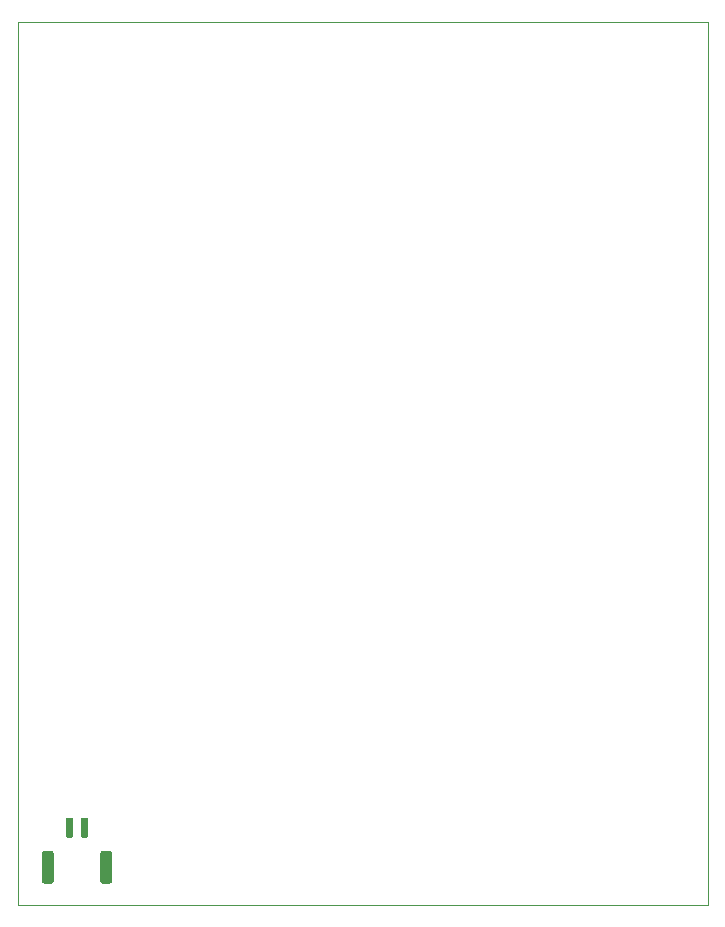
<source format=gbr>
G04 #@! TF.GenerationSoftware,KiCad,Pcbnew,5.1.5+dfsg1-2build2*
G04 #@! TF.CreationDate,2020-10-23T17:48:02-04:00*
G04 #@! TF.ProjectId,placa_manutencao_preventiva,706c6163-615f-46d6-916e-7574656e6361,rev?*
G04 #@! TF.SameCoordinates,Original*
G04 #@! TF.FileFunction,Paste,Top*
G04 #@! TF.FilePolarity,Positive*
%FSLAX46Y46*%
G04 Gerber Fmt 4.6, Leading zero omitted, Abs format (unit mm)*
G04 Created by KiCad (PCBNEW 5.1.5+dfsg1-2build2) date 2020-10-23 17:48:02*
%MOMM*%
%LPD*%
G04 APERTURE LIST*
%ADD10C,0.050000*%
%ADD11C,0.100000*%
G04 APERTURE END LIST*
D10*
X77673200Y-14935200D02*
X77673200Y-15290800D01*
X77876400Y-14935200D02*
X77673200Y-14935200D01*
X136093200Y-14935200D02*
X77876400Y-14935200D01*
X136093200Y-89662000D02*
X136093200Y-14935200D01*
X77673200Y-89662000D02*
X136093200Y-89662000D01*
X77673200Y-15290800D02*
X77673200Y-89662000D01*
D11*
G36*
X83492103Y-82290722D02*
G01*
X83506664Y-82292882D01*
X83520943Y-82296459D01*
X83534803Y-82301418D01*
X83548110Y-82307712D01*
X83560736Y-82315280D01*
X83572559Y-82324048D01*
X83583466Y-82333934D01*
X83593352Y-82344841D01*
X83602120Y-82356664D01*
X83609688Y-82369290D01*
X83615982Y-82382597D01*
X83620941Y-82396457D01*
X83624518Y-82410736D01*
X83626678Y-82425297D01*
X83627400Y-82440000D01*
X83627400Y-83840000D01*
X83626678Y-83854703D01*
X83624518Y-83869264D01*
X83620941Y-83883543D01*
X83615982Y-83897403D01*
X83609688Y-83910710D01*
X83602120Y-83923336D01*
X83593352Y-83935159D01*
X83583466Y-83946066D01*
X83572559Y-83955952D01*
X83560736Y-83964720D01*
X83548110Y-83972288D01*
X83534803Y-83978582D01*
X83520943Y-83983541D01*
X83506664Y-83987118D01*
X83492103Y-83989278D01*
X83477400Y-83990000D01*
X83177400Y-83990000D01*
X83162697Y-83989278D01*
X83148136Y-83987118D01*
X83133857Y-83983541D01*
X83119997Y-83978582D01*
X83106690Y-83972288D01*
X83094064Y-83964720D01*
X83082241Y-83955952D01*
X83071334Y-83946066D01*
X83061448Y-83935159D01*
X83052680Y-83923336D01*
X83045112Y-83910710D01*
X83038818Y-83897403D01*
X83033859Y-83883543D01*
X83030282Y-83869264D01*
X83028122Y-83854703D01*
X83027400Y-83840000D01*
X83027400Y-82440000D01*
X83028122Y-82425297D01*
X83030282Y-82410736D01*
X83033859Y-82396457D01*
X83038818Y-82382597D01*
X83045112Y-82369290D01*
X83052680Y-82356664D01*
X83061448Y-82344841D01*
X83071334Y-82333934D01*
X83082241Y-82324048D01*
X83094064Y-82315280D01*
X83106690Y-82307712D01*
X83119997Y-82301418D01*
X83133857Y-82296459D01*
X83148136Y-82292882D01*
X83162697Y-82290722D01*
X83177400Y-82290000D01*
X83477400Y-82290000D01*
X83492103Y-82290722D01*
G37*
G36*
X82242103Y-82290722D02*
G01*
X82256664Y-82292882D01*
X82270943Y-82296459D01*
X82284803Y-82301418D01*
X82298110Y-82307712D01*
X82310736Y-82315280D01*
X82322559Y-82324048D01*
X82333466Y-82333934D01*
X82343352Y-82344841D01*
X82352120Y-82356664D01*
X82359688Y-82369290D01*
X82365982Y-82382597D01*
X82370941Y-82396457D01*
X82374518Y-82410736D01*
X82376678Y-82425297D01*
X82377400Y-82440000D01*
X82377400Y-83840000D01*
X82376678Y-83854703D01*
X82374518Y-83869264D01*
X82370941Y-83883543D01*
X82365982Y-83897403D01*
X82359688Y-83910710D01*
X82352120Y-83923336D01*
X82343352Y-83935159D01*
X82333466Y-83946066D01*
X82322559Y-83955952D01*
X82310736Y-83964720D01*
X82298110Y-83972288D01*
X82284803Y-83978582D01*
X82270943Y-83983541D01*
X82256664Y-83987118D01*
X82242103Y-83989278D01*
X82227400Y-83990000D01*
X81927400Y-83990000D01*
X81912697Y-83989278D01*
X81898136Y-83987118D01*
X81883857Y-83983541D01*
X81869997Y-83978582D01*
X81856690Y-83972288D01*
X81844064Y-83964720D01*
X81832241Y-83955952D01*
X81821334Y-83946066D01*
X81811448Y-83935159D01*
X81802680Y-83923336D01*
X81795112Y-83910710D01*
X81788818Y-83897403D01*
X81783859Y-83883543D01*
X81780282Y-83869264D01*
X81778122Y-83854703D01*
X81777400Y-83840000D01*
X81777400Y-82440000D01*
X81778122Y-82425297D01*
X81780282Y-82410736D01*
X81783859Y-82396457D01*
X81788818Y-82382597D01*
X81795112Y-82369290D01*
X81802680Y-82356664D01*
X81811448Y-82344841D01*
X81821334Y-82333934D01*
X81832241Y-82324048D01*
X81844064Y-82315280D01*
X81856690Y-82307712D01*
X81869997Y-82301418D01*
X81883857Y-82296459D01*
X81898136Y-82292882D01*
X81912697Y-82290722D01*
X81927400Y-82290000D01*
X82227400Y-82290000D01*
X82242103Y-82290722D01*
G37*
G36*
X85451904Y-85091204D02*
G01*
X85476173Y-85094804D01*
X85499971Y-85100765D01*
X85523071Y-85109030D01*
X85545249Y-85119520D01*
X85566293Y-85132133D01*
X85585998Y-85146747D01*
X85604177Y-85163223D01*
X85620653Y-85181402D01*
X85635267Y-85201107D01*
X85647880Y-85222151D01*
X85658370Y-85244329D01*
X85666635Y-85267429D01*
X85672596Y-85291227D01*
X85676196Y-85315496D01*
X85677400Y-85340000D01*
X85677400Y-87640000D01*
X85676196Y-87664504D01*
X85672596Y-87688773D01*
X85666635Y-87712571D01*
X85658370Y-87735671D01*
X85647880Y-87757849D01*
X85635267Y-87778893D01*
X85620653Y-87798598D01*
X85604177Y-87816777D01*
X85585998Y-87833253D01*
X85566293Y-87847867D01*
X85545249Y-87860480D01*
X85523071Y-87870970D01*
X85499971Y-87879235D01*
X85476173Y-87885196D01*
X85451904Y-87888796D01*
X85427400Y-87890000D01*
X84927400Y-87890000D01*
X84902896Y-87888796D01*
X84878627Y-87885196D01*
X84854829Y-87879235D01*
X84831729Y-87870970D01*
X84809551Y-87860480D01*
X84788507Y-87847867D01*
X84768802Y-87833253D01*
X84750623Y-87816777D01*
X84734147Y-87798598D01*
X84719533Y-87778893D01*
X84706920Y-87757849D01*
X84696430Y-87735671D01*
X84688165Y-87712571D01*
X84682204Y-87688773D01*
X84678604Y-87664504D01*
X84677400Y-87640000D01*
X84677400Y-85340000D01*
X84678604Y-85315496D01*
X84682204Y-85291227D01*
X84688165Y-85267429D01*
X84696430Y-85244329D01*
X84706920Y-85222151D01*
X84719533Y-85201107D01*
X84734147Y-85181402D01*
X84750623Y-85163223D01*
X84768802Y-85146747D01*
X84788507Y-85132133D01*
X84809551Y-85119520D01*
X84831729Y-85109030D01*
X84854829Y-85100765D01*
X84878627Y-85094804D01*
X84902896Y-85091204D01*
X84927400Y-85090000D01*
X85427400Y-85090000D01*
X85451904Y-85091204D01*
G37*
G36*
X80501904Y-85091204D02*
G01*
X80526173Y-85094804D01*
X80549971Y-85100765D01*
X80573071Y-85109030D01*
X80595249Y-85119520D01*
X80616293Y-85132133D01*
X80635998Y-85146747D01*
X80654177Y-85163223D01*
X80670653Y-85181402D01*
X80685267Y-85201107D01*
X80697880Y-85222151D01*
X80708370Y-85244329D01*
X80716635Y-85267429D01*
X80722596Y-85291227D01*
X80726196Y-85315496D01*
X80727400Y-85340000D01*
X80727400Y-87640000D01*
X80726196Y-87664504D01*
X80722596Y-87688773D01*
X80716635Y-87712571D01*
X80708370Y-87735671D01*
X80697880Y-87757849D01*
X80685267Y-87778893D01*
X80670653Y-87798598D01*
X80654177Y-87816777D01*
X80635998Y-87833253D01*
X80616293Y-87847867D01*
X80595249Y-87860480D01*
X80573071Y-87870970D01*
X80549971Y-87879235D01*
X80526173Y-87885196D01*
X80501904Y-87888796D01*
X80477400Y-87890000D01*
X79977400Y-87890000D01*
X79952896Y-87888796D01*
X79928627Y-87885196D01*
X79904829Y-87879235D01*
X79881729Y-87870970D01*
X79859551Y-87860480D01*
X79838507Y-87847867D01*
X79818802Y-87833253D01*
X79800623Y-87816777D01*
X79784147Y-87798598D01*
X79769533Y-87778893D01*
X79756920Y-87757849D01*
X79746430Y-87735671D01*
X79738165Y-87712571D01*
X79732204Y-87688773D01*
X79728604Y-87664504D01*
X79727400Y-87640000D01*
X79727400Y-85340000D01*
X79728604Y-85315496D01*
X79732204Y-85291227D01*
X79738165Y-85267429D01*
X79746430Y-85244329D01*
X79756920Y-85222151D01*
X79769533Y-85201107D01*
X79784147Y-85181402D01*
X79800623Y-85163223D01*
X79818802Y-85146747D01*
X79838507Y-85132133D01*
X79859551Y-85119520D01*
X79881729Y-85109030D01*
X79904829Y-85100765D01*
X79928627Y-85094804D01*
X79952896Y-85091204D01*
X79977400Y-85090000D01*
X80477400Y-85090000D01*
X80501904Y-85091204D01*
G37*
M02*

</source>
